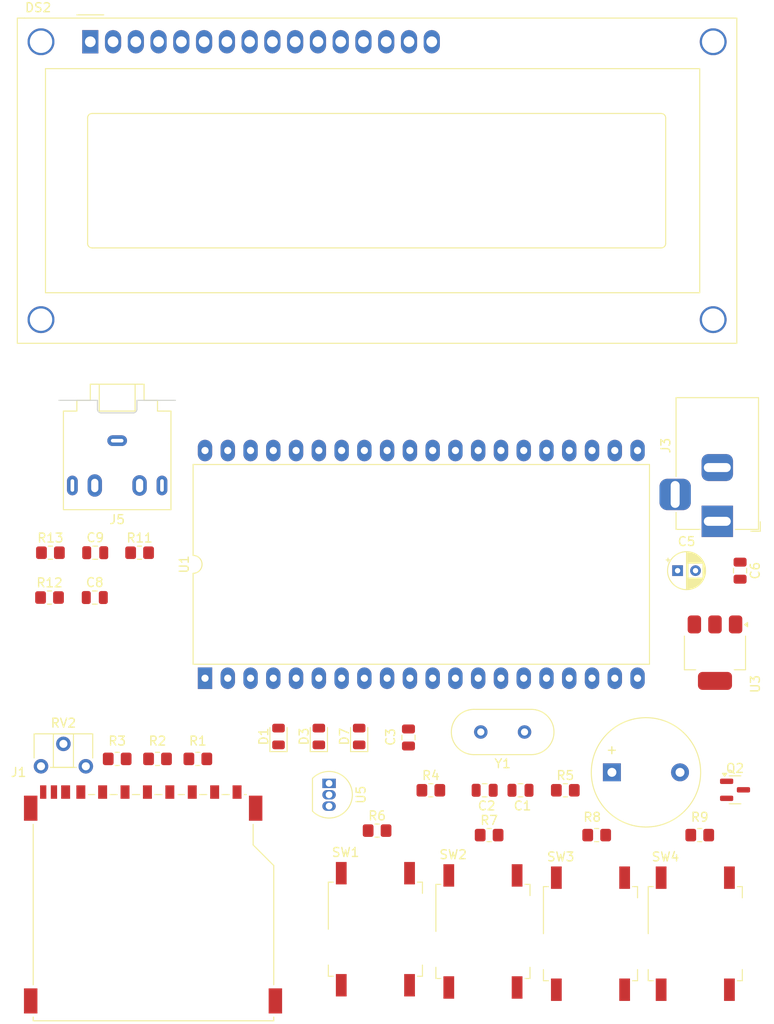
<source format=kicad_pcb>
(kicad_pcb (version 20241229) (generator "pcbnew") (generator_version "9.0")
  (layers (0 "F.Cu" signal) (2 "B.Cu" signal) (13 "F.Paste" user) (15 "B.Paste" user) (5 "F.SilkS" user "F.Silkscreen") (7 "B.SilkS" user "B.Silkscreen") (1 "F.Mask" user) (3 "B.Mask" user) (25 "Edge.Cuts" user))
  (net 0 "")
  (net 1 "S1")
  (net 2 "Net-(U1-XTAL1)")
  (net 3 "Net-(U1-XTAL2)")
  (net 4 "Net-(U1-~{RESET})")
  (net 5 "+5V")
  (net 6 "Net-(U3-VI)")
  (net 7 "Net-(C8-Pad1)")
  (net 8 "Net-(C9-Pad1)")
  (net 9 "Net-(D1-A)")
  (net 10 "Net-(D1-K)")
  (net 11 "Net-(D3-A)")
  (net 12 "Net-(D7-A)")
  (net 13 "Net-(D7-K)")
  (net 14 "DISP_D4")
  (net 15 "DISP_D6")
  (net 17 "DISP_D7")
  (net 18 "DISP_D5")
  (net 20 "Net-(DS2-LED(-))")
  (net 21 "GND")
  (net 22 "DISP_RS")
  (net 25 "DISP_E")
  (net 26 "Net-(DS2-VO)")
  (net 29 "Net-(D3-K)")
  (net 30 "Net-(J1-DAT0)")
  (net 31 "VCC33")
  (net 32 "Net-(J5-PadT)")
  (net 33 "Net-(Q2-E)")
  (net 34 "SND_OUT")
  (net 35 "Net-(J2-Pad1-)")
  (net 36 "S2")
  (net 37 "S3")
  (net 38 "S4")
  (net 39 "OE")
  (net 40 "A8")
  (net 41 "IO3")
  (net 42 "IO4")
  (net 43 "IO2")
  (net 44 "IO1")
  (net 45 "CAS")
  (net 46 "RAS")
  (net 47 "WE")
  (net 48 "A4")
  (net 49 "A1")
  (net 50 "A3")
  (net 52 "A7")
  (net 53 "A6")
  (net 54 "A5")
  (net 55 "A2")
  (net 56 "A0")
  (footprint "Resistor_SMD:R_0805_2012Metric_Pad1.20x1.40mm_HandSolder" (layer "F.Cu") (at 119.5 120.5)
    (property "Reference" "R6" (at 0 -1.65 0) (layer "F.SilkS"))
    (property "Value" "1k")
    (pad "1" smd roundrect (at -1 0) (size 1.2 1.4) (layers "F.Cu" "F.Mask" "F.Paste") (roundrect_rratio 0.208333) (net 1 "S1"))
    (pad "2" smd roundrect (at 1 0) (size 1.2 1.4) (layers "F.Cu" "F.Mask" "F.Paste") (roundrect_rratio 0.208333) (net 21 "GND"))
  )
  (footprint "Diode_SMD:D_0805_2012Metric" (layer "F.Cu") (at 117.5 110 90)
    (property "Reference" "D7" (at 0 -1.65 90) (layer "F.SilkS"))
    (property "Value" "1N4004")
    (pad "1" smd roundrect (at -0.9375 0 90) (size 0.975 1.4) (layers "F.Cu" "F.Mask" "F.Paste") (net 13 "Net-(D7-K)"))
    (pad "2" smd roundrect (at 0.9375 0 90) (size 0.975 1.4) (layers "F.Cu" "F.Mask" "F.Paste") (net 12 "Net-(D7-A)"))
  )
  (footprint "Resistor_SMD:R_0805_2012Metric_Pad1.20x1.40mm_HandSolder" (layer "F.Cu") (at 140.5 116)
    (property "Reference" "R5" (at 0 -1.65 0) (layer "F.SilkS"))
    (property "Value" "300r")
    (pad "1" smd roundrect (at -1 0) (size 1.2 1.4) (layers "F.Cu" "F.Mask" "F.Paste") (roundrect_rratio 0.208333) (net 35 "Net-(J2-Pad1-)"))
    (pad "2" smd roundrect (at 1 0) (size 1.2 1.4) (layers "F.Cu" "F.Mask" "F.Paste") (roundrect_rratio 0.208333) (net 21 "GND"))
  )
  (footprint "Display:WC1602A" (layer "F.Cu") (at 87.4991 32.4993)
    (property "Reference" "DS2" (at -5.82 -3.81 0) (layer "F.SilkS"))
    (property "Value" "WC1602A" (hide yes))
    (pad "" thru_hole circle (at -5.4991 0) (size 3 3) (drill 2.5) (layers "*.Cu" "*.Mask"))
    (pad "" thru_hole circle (at -5.4991 31.0007) (size 3 3) (drill 2.5) (layers "*.Cu" "*.Mask"))
    (pad "" thru_hole circle (at 69.49948 31.0007) (size 3 3) (drill 2.5) (layers "*.Cu" "*.Mask"))
    (pad "" thru_hole circle (at 69.5 0) (size 3 3) (drill 2.5) (layers "*.Cu" "*.Mask"))
    (pad "1" thru_hole rect (at 0 0) (size 1.8 2.6) (drill 1.2) (layers "*.Cu" "*.Mask") (net 21 "GND"))
    (pad "2" thru_hole oval (at 2.54 0) (size 1.8 2.6) (drill 1.2) (layers "*.Cu" "*.Mask") (net 5 "+5V"))
    (pad "3" thru_hole oval (at 5.08 0) (size 1.8 2.6) (drill 1.2) (layers "*.Cu" "*.Mask") (net 26 "Net-(DS2-VO)"))
    (pad "4" thru_hole oval (at 7.62 0) (size 1.8 2.6) (drill 1.2) (layers "*.Cu" "*.Mask") (net 22 "DISP_RS"))
    (pad "5" thru_hole oval (at 10.16 0) (size 1.8 2.6) (drill 1.2) (layers "*.Cu" "*.Mask") (net 21 "GND"))
    (pad "6" thru_hole oval (at 12.7 0) (size 1.8 2.6) (drill 1.2) (layers "*.Cu" "*.Mask") (net 25 "DISP_E"))
    (pad "7" thru_hole oval (at 15.24 0) (size 1.8 2.6) (drill 1.2) (layers "*.Cu" "*.Mask"))
    (pad "8" thru_hole oval (at 17.78 0) (size 1.8 2.6) (drill 1.2) (layers "*.Cu" "*.Mask"))
    (pad "9" thru_hole oval (at 20.32 0) (size 1.8 2.6) (drill 1.2) (layers "*.Cu" "*.Mask"))
    (pad "10" thru_hole oval (at 22.86 0) (size 1.8 2.6) (drill 1.2) (layers "*.Cu" "*.Mask"))
    (pad "11" thru_hole oval (at 25.4 0) (size 1.8 2.6) (drill 1.2) (layers "*.Cu" "*.Mask") (net 14 "DISP_D4"))
    (pad "12" thru_hole oval (at 27.94 0) (size 1.8 2.6) (drill 1.2) (layers "*.Cu" "*.Mask") (net 18 "DISP_D5"))
    (pad "13" thru_hole oval (at 30.48 0) (size 1.8 2.6) (drill 1.2) (layers "*.Cu" "*.Mask") (net 15 "DISP_D6"))
    (pad "14" thru_hole oval (at 33.02 0) (size 1.8 2.6) (drill 1.2) (layers "*.Cu" "*.Mask") (net 17 "DISP_D7"))
    (pad "15" thru_hole oval (at 35.56 0) (size 1.8 2.6) (drill 1.2) (layers "*.Cu" "*.Mask") (net 5 "+5V"))
    (pad "16" thru_hole oval (at 38.1 0) (size 1.8 2.6) (drill 1.2) (layers "*.Cu" "*.Mask") (net 20 "Net-(DS2-LED(-))"))
  )
  (footprint "Capacitor_SMD:C_0805_2012Metric" (layer "F.Cu") (at 160 91.5 -90)
    (property "Reference" "C6" (at 0 -1.68 90) (layer "F.SilkS"))
    (property "Value" "0.1uF")
    (pad "1" smd roundrect (at -0.95 0 270) (size 1 1.45) (layers "F.Cu" "F.Mask" "F.Paste") (net 6 "Net-(U3-VI)"))
    (pad "2" smd roundrect (at 0.95 0 270) (size 1 1.45) (layers "F.Cu" "F.Mask" "F.Paste") (net 21 "GND"))
  )
  (footprint "Connector_Card:SD_TE_2041021" (layer "F.Cu") (at 94.5 128.175)
    (property "Reference" "J1" (at -15 -14.175 0) (layer "F.SilkS"))
    (property "Value" "Micro_SD_Card")
    (pad "" np_thru_hole circle (at -11.5 -9.175) (size 1.1 1.1) (drill 1.1) (layers "*.Cu" "*.Mask"))
    (pad "" np_thru_hole circle (at 9.5 -9.175) (size 1.6 1.6) (drill 1.6) (layers "*.Cu" "*.Mask"))
    (pad "1" smd rect (at 6.875 -11.975) (size 1 1.5) (layers "F.Cu" "F.Mask" "F.Paste"))
    (pad "2" smd rect (at 4.375 -11.975) (size 1 1.5) (layers "F.Cu" "F.Mask" "F.Paste") (net 10 "Net-(D1-K)"))
    (pad "3" smd rect (at 1.875 -11.975) (size 1 1.5) (layers "F.Cu" "F.Mask" "F.Paste") (net 29 "Net-(D3-K)"))
    (pad "4" smd rect (at -0.625 -11.975) (size 1 1.5) (layers "F.Cu" "F.Mask" "F.Paste") (net 31 "VCC33"))
    (pad "5" smd rect (at -3.125 -11.975) (size 1 1.5) (layers "F.Cu" "F.Mask" "F.Paste") (net 13 "Net-(D7-K)"))
    (pad "6" smd rect (at -5.625 -11.975) (size 1 1.5) (layers "F.Cu" "F.Mask" "F.Paste") (net 21 "GND"))
    (pad "7" smd rect (at -8.055 -11.975) (size 1 1.5) (layers "F.Cu" "F.Mask" "F.Paste") (net 30 "Net-(J1-DAT0)"))
    (pad "8" smd rect (at -9.755 -11.975) (size 1 1.5) (layers "F.Cu" "F.Mask" "F.Paste"))
    (pad "9" smd rect (at 9.375 -11.975) (size 1 1.5) (layers "F.Cu" "F.Mask" "F.Paste") (net 21 "GND"))
    (pad "10" smd rect (at -11.055 -11.975) (size 0.7 1.5) (layers "F.Cu" "F.Mask" "F.Paste"))
    (pad "11" smd rect (at -12.255 -11.975) (size 0.7 1.5) (layers "F.Cu" "F.Mask" "F.Paste"))
    (pad "12" smd rect (at -13.65 -10.175) (size 1.5 2.8) (layers "F.Cu" "F.Mask" "F.Paste"))
    (pad "12" smd rect (at -13.65 11.325) (size 1.5 2.8) (layers "F.Cu" "F.Mask" "F.Paste"))
    (pad "12" smd rect (at 11.45 -10.175) (size 1.5 2.8) (layers "F.Cu" "F.Mask" "F.Paste"))
    (pad "12" smd rect (at 13.65 11.325) (size 1.5 2.8) (layers "F.Cu" "F.Mask" "F.Paste"))
  )
  (footprint "Capacitor_SMD:C_0805_2012Metric" (layer "F.Cu") (at 135.5 116 180)
    (property "Reference" "C1" (at -0.225338 -1.736621 0) (layer "F.SilkS"))
    (property "Value" "18pF")
    (pad "1" smd roundrect (at -0.95 0 180) (size 1 1.45) (layers "F.Cu" "F.Mask" "F.Paste") (net 21 "GND"))
    (pad "2" smd roundrect (at 0.95 0 180) (size 1 1.45) (layers "F.Cu" "F.Mask" "F.Paste") (net 2 "Net-(U1-XTAL1)"))
  )
  (footprint "Resistor_SMD:R_0805_2012Metric_Pad1.20x1.40mm_HandSolder" (layer "F.Cu") (at 82.95 94.5)
    (property "Reference" "R12" (at 0 -1.65 0) (layer "F.SilkS"))
    (property "Value" "1k")
    (pad "1" smd roundrect (at -1 0) (size 1.2 1.4) (layers "F.Cu" "F.Mask" "F.Paste") (roundrect_rratio 0.208333) (net 7 "Net-(C8-Pad1)"))
    (pad "2" smd roundrect (at 1 0) (size 1.2 1.4) (layers "F.Cu" "F.Mask" "F.Paste") (roundrect_rratio 0.208333) (net 21 "GND"))
  )
  (footprint "Capacitor_SMD:C_0805_2012Metric" (layer "F.Cu") (at 88.05 89.5)
    (property "Reference" "C9" (at 0 -1.68 0) (layer "F.SilkS"))
    (property "Value" "0.1uF")
    (pad "1" smd roundrect (at -0.95 0) (size 1 1.45) (layers "F.Cu" "F.Mask" "F.Paste") (net 8 "Net-(C9-Pad1)"))
    (pad "2" smd roundrect (at 0.95 0) (size 1 1.45) (layers "F.Cu" "F.Mask" "F.Paste") (net 7 "Net-(C8-Pad1)"))
  )
  (footprint "Crystal:Crystal_HC49-4H_Vertical" (layer "F.Cu") (at 135.95 109.5 180)
    (property "Reference" "Y1" (at 2.44 -3.525 0) (layer "F.SilkS"))
    (property "Value" "16Mhz")
    (pad "1" thru_hole circle (at 0 0 180) (size 1.5 1.5) (drill 0.8) (layers "*.Cu" "*.Mask") (net 2 "Net-(U1-XTAL1)"))
    (pad "2" thru_hole circle (at 4.88 0 180) (size 1.5 1.5) (drill 0.8) (layers "*.Cu" "*.Mask") (net 3 "Net-(U1-XTAL2)"))
  )
  (footprint "Resistor_SMD:R_0805_2012Metric_Pad1.20x1.40mm_HandSolder" (layer "F.Cu") (at 144 121 180)
    (property "Reference" "R8" (at 0.5 2 0) (layer "F.SilkS"))
    (property "Value" "1k")
    (pad "1" smd roundrect (at -1 0 180) (size 1.2 1.4) (layers "F.Cu" "F.Mask" "F.Paste") (roundrect_rratio 0.208333) (net 37 "S3"))
    (pad "2" smd roundrect (at 1 0 180) (size 1.2 1.4) (layers "F.Cu" "F.Mask" "F.Paste") (roundrect_rratio 0.208333) (net 21 "GND"))
  )
  (footprint "Resistor_SMD:R_0805_2012Metric_Pad1.20x1.40mm_HandSolder" (layer "F.Cu") (at 125.5 116)
    (property "Reference" "R4" (at 0 -1.65 0) (layer "F.SilkS"))
    (property "Value" "10k")
    (pad "1" smd roundrect (at -1 0) (size 1.2 1.4) (layers "F.Cu" "F.Mask" "F.Paste") (roundrect_rratio 0.208333) (net 4 "Net-(U1-~{RESET})"))
    (pad "2" smd roundrect (at 1 0) (size 1.2 1.4) (layers "F.Cu" "F.Mask" "F.Paste") (roundrect_rratio 0.208333) (net 5 "+5V"))
  )
  (footprint "Potentiometer_THT:Potentiometer_ACP_CA6-H2,5_Horizontal" (layer "F.Cu") (at 82 113.325 90)
    (property "Reference" "RV2" (at 4.825 2.5 0) (layer "F.SilkS"))
    (property "Value" "5k")
    (pad "1" thru_hole circle (at 0 0 90) (size 1.62 1.62) (drill 0.9) (layers "*.Cu" "*.Mask") (net 20 "Net-(DS2-LED(-))"))
    (pad "2" thru_hole circle (at 2.5 2.5 90) (size 1.62 1.62) (drill 0.9) (layers "*.Cu" "*.Mask") (net 26 "Net-(DS2-VO)"))
    (pad "3" thru_hole circle (at 0 5 90) (size 1.62 1.62) (drill 0.9) (layers "*.Cu" "*.Mask") (net 5 "+5V"))
  )
  (footprint "Package_DIP:DIP-40_W25.4mm_LongPads" (layer "F.Cu") (at 100.3 103.5 90)
    (property "Reference" "U1" (at 12.7 -2.33 90) (layer "F.SilkS"))
    (property "Value" "ATmega16A-P")
    (pad "1" thru_hole rect (at 0 0 90) (size 2.4 1.6) (drill 0.8) (layers "*.Cu" "*.Mask") (net 43 "IO2"))
    (pad "2" thru_hole oval (at 0 2.54 90) (size 2.4 1.6) (drill 0.8) (layers "*.Cu" "*.Mask") (net 44 "IO1"))
    (pad "3" thru_hole oval (at 0 5.08 90) (size 2.4 1.6) (drill 0.8) (layers "*.Cu" "*.Mask") (net 41 "IO3"))
    (pad "4" thru_hole oval (at 0 7.62 90) (size 2.4 1.6) (drill 0.8) (layers "*.Cu" "*.Mask") (net 42 "IO4"))
    (pad "5" thru_hole oval (at 0 10.16 90) (size 2.4 1.6) (drill 0.8) (layers "*.Cu" "*.Mask") (net 9 "Net-(D1-A)"))
    (pad "6" thru_hole oval (at 0 12.7 90) (size 2.4 1.6) (drill 0.8) (layers "*.Cu" "*.Mask") (net 11 "Net-(D3-A)"))
    (pad "7" thru_hole oval (at 0 15.24 90) (size 2.4 1.6) (drill 0.8) (layers "*.Cu" "*.Mask") (net 30 "Net-(J1-DAT0)"))
    (pad "8" thru_hole oval (at 0 17.78 90) (size 2.4 1.6) (drill 0.8) (layers "*.Cu" "*.Mask") (net 12 "Net-(D7-A)"))
    (pad "9" thru_hole oval (at 0 20.32 90) (size 2.4 1.6) (drill 0.8) (layers "*.Cu" "*.Mask") (net 4 "Net-(U1-~{RESET})"))
    (pad "10" thru_hole oval (at 0 22.86 90) (size 2.4 1.6) (drill 0.8) (layers "*.Cu" "*.Mask") (net 5 "+5V"))
    (pad "11" thru_hole oval (at 0 25.4 90) (size 2.4 1.6) (drill 0.8) (layers "*.Cu" "*.Mask") (net 21 "GND"))
    (pad "12" thru_hole oval (at 0 27.94 90) (size 2.4 1.6) (drill 0.8) (layers "*.Cu" "*.Mask") (net 3 "Net-(U1-XTAL2)"))
    (pad "13" thru_hole oval (at 0 30.48 90) (size 2.4 1.6) (drill 0.8) (layers "*.Cu" "*.Mask") (net 2 "Net-(U1-XTAL1)"))
    (pad "14" thru_hole oval (at 0 33.02 90) (size 2.4 1.6) (drill 0.8) (layers "*.Cu" "*.Mask") (net 34 "SND_OUT"))
    (pad "15" thru_hole oval (at 0 35.56 90) (size 2.4 1.6) (drill 0.8) (layers "*.Cu" "*.Mask") (net 1 "S1"))
    (pad "16" thru_hole oval (at 0 38.1 90) (size 2.4 1.6) (drill 0.8) (layers "*.Cu" "*.Mask") (net 36 "S2"))
    (pad "17" thru_hole oval (at 0 40.64 90) (size 2.4 1.6) (drill 0.8) (layers "*.Cu" "*.Mask") (net 37 "S3"))
    (pad "18" thru_hole oval (at 0 43.18 90) (size 2.4 1.6) (drill 0.8) (layers "*.Cu" "*.Mask") (net 38 "S4"))
    (pad "19" thru_hole oval (at 0 45.72 90) (size 2.4 1.6) (drill 0.8) (layers "*.Cu" "*.Mask") (net 46 "RAS"))
    (pad "20" thru_hole oval (at 0 48.26 90) (size 2.4 1.6) (drill 0.8) (layers "*.Cu" "*.Mask") (net 47 "WE"))
    (pad "21" thru_hole oval (at 25.4 48.26 90) (size 2.4 1.6) (drill 0.8) (layers "*.Cu" "*.Mask") (net 45 "CAS"))
    (pad "22" thru_hole oval (at 25.4 45.72 90) (size 2.4 1.6) (drill 0.8) (layers "*.Cu" "*.Mask") (net 39 "OE"))
    (pad "23" thru_hole oval (at 25.4 43.18 90) (size 2.4 1.6) (drill 0.8) (layers "*.Cu" "*.Mask") (net 40 "A8"))
    (pad "24" thru_hole oval (at 25.4 40.64 90) (size 2.4 1.6) (drill 0.8) (layers "*.Cu" "*.Mask") (net 14 "DISP_D4"))
    (pad "25" thru_hole oval (at 25.4 38.1 90) (size 2.4 1.6) (drill 0.8) (layers "*.Cu" "*.Mask") (net 18 "DISP_D5"))
    (pad "26" thru_hole oval (at 25.4 35.56 90) (size 2.4 1.6) (drill 0.8) (layers "*.Cu" "*.Mask") (net 15 "DISP_D6"))
    (pad "27" thru_hole oval (at 25.4 33.02 90) (size 2.4 1.6) (drill 0.8) (layers "*.Cu" "*.Mask") (net 17 "DISP_D7"))
    (pad "28" thru_hole oval (at 25.4 30.48 90) (size 2.4 1.6) (drill 0.8) (layers "*.Cu" "*.Mask") (net 25 "DISP_E"))
    (pad "29" thru_hole oval (at 25.4 27.94 90) (size 2.4 1.6) (drill 0.8) (layers "*.Cu" "*.Mask") (net 22 "DISP_RS"))
    (pad "30" thru_hole oval (at 25.4 25.4 90) (size 2.4 1.6) (drill 0.8) (layers "*.Cu" "*.Mask") (net 5 "+5V"))
    (pad "31" thru_hole oval (at 25.4 22.86 90) (size 2.4 1.6) (drill 0.8) (layers "*.Cu" "*.Mask") (net 21 "GND"))
    (pad "32" thru_hole oval (at 25.4 20.32 90) (size 2.4 1.6) (drill 0.8) (layers "*.Cu" "*.Mask"))
    (pad "33" thru_hole oval (at 25.4 17.78 90) (size 2.4 1.6) (drill 0.8) (layers "*.Cu" "*.Mask") (net 56 "A0"))
    (pad "34" thru_hole oval (at 25.4 15.24 90) (size 2.4 1.6) (drill 0.8) (layers "*.Cu" "*.Mask") (net 49 "A1"))
    (pad "35" thru_hole oval (at 25.4 12.7 90) (size 2.4 1.6) (drill 0.8) (layers "*.Cu" "*.Mask") (net 55 "A2"))
    (pad "36" thru_hole oval (at 25.4 10.16 90) (size 2.4 1.6) (drill 0.8) (layers "*.Cu" "*.Mask") (net 50 "A3"))
    (pad "37" thru_hole oval (at 25.4 7.62 90) (size 2.4 1.6) (drill 0.8) (layers "*.Cu" "*.Mask") (net 54 "A5"))
    (pad "38" thru_hole oval (at 25.4 5.08 90) (size 2.4 1.6) (drill 0.8) (layers "*.Cu" "*.Mask") (net 48 "A4"))
    (pad "39" thru_hole oval (at 25.4 2.54 90) (size 2.4 1.6) (drill 0.8) (layers "*.Cu" "*.Mask") (net 53 "A6"))
    (pad "40" thru_hole oval (at 25.4 0 90) (size 2.4 1.6) (drill 0.8) (layers "*.Cu" "*.Mask") (net 52 "A7"))
  )
  (footprint "Resistor_SMD:R_0805_2012Metric_Pad1.20x1.40mm_HandSolder" (layer "F.Cu") (at 93 89.5)
    (property "Reference" "R11" (at 0 -1.65 0) (layer "F.SilkS"))
    (property "Value" "1k")
    (pad "1" smd roundrect (at -1 0) (size 1.2 1.4) (layers "F.Cu" "F.Mask" "F.Paste") (roundrect_rratio 0.208333) (net 34 "SND_OUT"))
    (pad "2" smd roundrect (at 1 0) (size 1.2 1.4) (layers "F.Cu" "F.Mask" "F.Paste") (roundrect_rratio 0.208333) (net 7 "Net-(C8-Pad1)"))
  )
  (footprint "Button_Switch_SMD:SW_MEC_5GSH9" (layer "F.Cu") (at 155 132)
    (property "Reference" "SW4" (at -3.325 -8.575 180) (layer "F.SilkS"))
    (property "Value" "SW_MEC_5E")
    (pad "1" smd rect (at -3.81 -6.25 90) (size 2.5 1.2) (layers "F.Cu" "F.Mask" "F.Paste") (net 5 "+5V"))
    (pad "2" smd rect (at -3.81 6.25 90) (size 2.5 1.2) (layers "F.Cu" "F.Mask" "F.Paste") (net 5 "+5V"))
    (pad "3" smd rect (at 3.81 -6.25 90) (size 2.5 1.2) (layers "F.Cu" "F.Mask" "F.Paste") (net 38 "S4"))
    (pad "4" smd rect (at 3.81 6.25 90) (size 2.5 1.2) (layers "F.Cu" "F.Mask" "F.Paste") (net 38 "S4"))
  )
  (footprint "Resistor_SMD:R_0805_2012Metric_Pad1.20x1.40mm_HandSolder" (layer "F.Cu") (at 90.5 112.5 180)
    (property "Reference" "R3" (at 0 2 0) (layer "F.SilkS"))
    (property "Value" "1k")
    (pad "1" smd roundrect (at -1 0 180) (size 1.2 1.4) (layers "F.Cu" "F.Mask" "F.Paste") (roundrect_rratio 0.208333) (net 13 "Net-(D7-K)"))
    (pad "2" smd roundrect (at 1 0 180) (size 1.2 1.4) (layers "F.Cu" "F.Mask" "F.Paste") (roundrect_rratio 0.208333) (net 21 "GND"))
  )
  (footprint "Package_TO_SOT_SMD:SOT-23" (layer "F.Cu") (at 159.4375 115.95)
    (property "Reference" "Q2" (at 0 -2.4 0) (layer "F.SilkS"))
    (property "Value" "BC847")
    (pad "1" smd roundrect (at -0.9375 -0.95) (size 1.475 0.6) (layers "F.Cu" "F.Mask" "F.Paste") (net 34 "SND_OUT"))
    (pad "2" smd roundrect (at -0.9375 0.95) (size 1.475 0.6) (layers "F.Cu" "F.Mask" "F.Paste") (net 33 "Net-(Q2-E)"))
    (pad "3" smd roundrect (at 0.9375 0) (size 1.475 0.6) (layers "F.Cu" "F.Mask" "F.Paste") (net 5 "+5V"))
  )
  (footprint "Button_Switch_SMD:SW_MEC_5GSH9" (layer "F.Cu") (at 131.31 131.75)
    (property "Reference" "SW2" (at -3.325 -8.575 180) (layer "F.SilkS"))
    (property "Value" "SW_MEC_5E")
    (pad "1" smd rect (at -3.81 -6.25 90) (size 2.5 1.2) (layers "F.Cu" "F.Mask" "F.Paste") (net 5 "+5V"))
    (pad "2" smd rect (at -3.81 6.25 90) (size 2.5 1.2) (layers "F.Cu" "F.Mask" "F.Paste") (net 5 "+5V"))
    (pad "3" smd rect (at 3.81 -6.25 90) (size 2.5 1.2) (layers "F.Cu" "F.Mask" "F.Paste") (net 36 "S2"))
    (pad "4" smd rect (at 3.81 6.25 90) (size 2.5 1.2) (layers "F.Cu" "F.Mask" "F.Paste") (net 36 "S2"))
  )
  (footprint "Connector_Audio:Jack_3.5mm_CUI_SJ1-3525N_Horizontal" (layer "F.Cu") (at 90.5 77 180)
    (property "Reference" "J5" (at 0 -8.8 0) (layer "F.SilkS"))
    (property "Value" "AudioJack" (hide yes))
    (fp_line (start 2.2 4.5) (end 6.5 4.5) (stroke (width 0.12)) (layer "Edge.Cuts"))
    (fp_line (start 2.2 3.5) (end 2.2 4.5) (stroke (width 0.12)) (layer "Edge.Cuts"))
    (fp_line (start 1.8 3.1) (end -1.8 3.1) (stroke (width 0.12)) (layer "Edge.Cuts"))
    (fp_line (start -2.2 4.5) (end -6.5 4.5) (stroke (width 0.12)) (layer "Edge.Cuts"))
    (fp_line (start -2.2 3.5) (end -2.2 4.5) (stroke (width 0.12)) (layer "Edge.Cuts"))
    (fp_arc (start 1.8 3.1) (mid 2.082843 3.217157) (end 2.2 3.5) (stroke (width 0.12)) (layer "Edge.Cuts"))
    (fp_arc (start -2.2 3.5) (mid -2.082842 3.217158) (end -1.8 3.1) (stroke (width 0.12)) (layer "Edge.Cuts"))
    (pad "" np_thru_hole circle (at -5 0 180) (size 1.2 1.2) (drill 1.2) (layers "*.Cu" "*.Mask"))
    (pad "" np_thru_hole circle (at -5 2.5 180) (size 1.2 1.2) (drill 1.2) (layers "*.Cu" "*.Mask"))
    (pad "" np_thru_hole circle (at 0 -5 180) (size 1.2 1.2) (drill 1.2) (layers "*.Cu" "*.Mask"))
    (pad "" np_thru_hole circle (at 5 0 180) (size 1.2 1.2) (drill 1.2) (layers "*.Cu" "*.Mask"))
    (pad "" np_thru_hole circle (at 5 2.5 180) (size 1.2 1.2) (drill 1.2) (layers "*.Cu" "*.Mask"))
    (pad "R" thru_hole oval (at -5 -5 180) (size 1.2 2.2) (drill oval 0.4 1.4) (layers "*.Cu" "*.Mask"))
    (pad "RN" thru_hole oval (at -2.5 -5 180) (size 1.6 2.3) (drill oval 0.8 1.5) (layers "*.Cu" "*.Mask"))
    (pad "S" thru_hole oval (at 0 0 180) (size 2.2 1.2) (drill oval 1.4 0.4) (layers "*.Cu" "*.Mask") (net 8 "Net-(C9-Pad1)"))
    (pad "T" thru_hole oval (at 5 -5) (size 1.2 2.2) (drill oval 0.4 1.4) (layers "*.Cu" "*.Mask") (net 32 "Net-(J5-PadT)"))
    (pad "TN" thru_hole oval (at 2.5 -5) (size 1.6 2.5) (drill oval 0.8 1.5) (layers "*.Cu" "*.Mask") (net 32 "Net-(J5-PadT)"))
  )
  (footprint "Button_Switch_SMD:SW_MEC_5GSH9" (layer "F.Cu") (at 119.31 131.5)
    (property "Reference" "SW1" (at -3.325 -8.575 180) (layer "F.SilkS"))
    (property "Value" "SW_MEC_5E")
    (pad "1" smd rect (at -3.81 -6.25 90) (size 2.5 1.2) (layers "F.Cu" "F.Mask" "F.Paste") (net 5 "+5V"))
    (pad "2" smd rect (at -3.81 6.25 90) (size 2.5 1.2) (layers "F.Cu" "F.Mask" "F.Paste") (net 5 "+5V"))
    (pad "3" smd rect (at 3.81 -6.25 90) (size 2.5 1.2) (layers "F.Cu" "F.Mask" "F.Paste") (net 1 "S1"))
    (pad "4" smd rect (at 3.81 6.25 90) (size 2.5 1.2) (layers "F.Cu" "F.Mask" "F.Paste") (net 1 "S1"))
  )
  (footprint "Capacitor_SMD:C_0805_2012Metric" (layer "F.Cu") (at 131.5 116)
    (property "Reference" "C2" (at 0.225338 1.736621 0) (layer "F.SilkS"))
    (property "Value" "18pF")
    (pad "1" smd roundrect (at -0.95 0) (size 1 1.45) (layers "F.Cu" "F.Mask" "F.Paste") (net 21 "GND"))
    (pad "2" smd roundrect (at 0.95 0) (size 1 1.45) (layers "F.Cu" "F.Mask" "F.Paste") (net 3 "Net-(U1-XTAL2)"))
  )
  (footprint "Resistor_SMD:R_0805_2012Metric_Pad1.20x1.40mm_HandSolder" (layer "F.Cu") (at 95 112.5)
    (property "Reference" "R2" (at 0 -2 0) (layer "F.SilkS"))
    (property "Value" "1k")
    (pad "1" smd roundrect (at -1 0) (size 1.2 1.4) (layers "F.Cu" "F.Mask" "F.Paste") (roundrect_rratio 0.208333) (net 29 "Net-(D3-K)"))
    (pad "2" smd roundrect (at 1 0) (size 1.2 1.4) (layers "F.Cu" "F.Mask" "F.Paste") (roundrect_rratio 0.208333) (net 21 "GND"))
  )
  (footprint "Capacitor_SMD:C_0805_2012Metric" (layer "F.Cu") (at 123 110.1125 90)
    (property "Reference" "C3" (at 0.05 -2 90) (layer "F.SilkS"))
    (property "Value" "10nF")
    (pad "1" smd roundrect (at -0.95 0 90) (size 1 1.45) (layers "F.Cu" "F.Mask" "F.Paste") (net 21 "GND"))
    (pad "2" smd roundrect (at 0.95 0 90) (size 1 1.45) (layers "F.Cu" "F.Mask" "F.Paste") (net 4 "Net-(U1-~{RESET})"))
  )
  (footprint "Diode_SMD:D_0805_2012Metric" (layer "F.Cu") (at 108.5 110 90)
    (property "Reference" "D1" (at 0 -1.65 90) (layer "F.SilkS"))
    (property "Value" "1N4004")
    (pad "1" smd roundrect (at -0.9375 0 90) (size 0.975 1.4) (layers "F.Cu" "F.Mask" "F.Paste") (net 10 "Net-(D1-K)"))
    (pad "2" smd roundrect (at 0.9375 0 90) (size 0.975 1.4) (layers "F.Cu" "F.Mask" "F.Paste") (net 9 "Net-(D1-A)"))
  )
  (footprint "Package_TO_SOT_THT:TO-92_Inline" (layer "F.Cu") (at 114.14 115.23 -90)
    (property "Reference" "U5" (at 1.27 -3.56 90) (layer "F.SilkS"))
    (property "Value" "LP2950")
    (pad "1" thru_hole rect (at 0 0 270) (size 1.05 1.5) (drill 0.75) (layers "*.Cu" "*.Mask") (net 31 "VCC33"))
    (pad "2" thru_hole oval (at 1.27 0 270) (size 1.05 1.5) (drill 0.75) (layers "*.Cu" "*.Mask") (net 21 "GND"))
    (pad "3" thru_hole oval (at 2.54 0 270) (size 1.05 1.5) (drill 0.75) (layers "*.Cu" "*.Mask") (net 5 "+5V"))
  )
  (footprint "Resistor_SMD:R_0805_2012Metric_Pad1.20x1.40mm_HandSolder" (layer "F.Cu") (at 132 121)
    (property "Reference" "R7" (at 0 -1.65 0) (layer "F.SilkS"))
    (property "Value" "1k")
    (pad "1" smd roundrect (at -1 0) (size 1.2 1.4) (layers "F.Cu" "F.Mask" "F.Paste") (roundrect_rratio 0.208333) (net 36 "S2"))
    (pad "2" smd roundrect (at 1 0) (size 1.2 1.4) (layers "F.Cu" "F.Mask" "F.Paste") (roundrect_rratio 0.208333) (net 21 "GND"))
  )
  (footprint "Resistor_SMD:R_0805_2012Metric_Pad1.20x1.40mm_HandSolder" (layer "F.Cu") (at 83.05 89.5)
    (property "Reference" "R13" (at 0 -1.65 0) (layer "F.SilkS"))
    (property "Value" "1k")
    (pad "1" smd roundrect (at -1 0) (size 1.2 1.4) (layers "F.Cu" "F.Mask" "F.Paste") (roundrect_rratio 0.208333) (net 8 "Net-(C9-Pad1)"))
    (pad "2" smd roundrect (at 1 0) (size 1.2 1.4) (layers "F.Cu" "F.Mask" "F.Paste") (roundrect_rratio 0.208333) (net 32 "Net-(J5-PadT)"))
  )
  (footprint "Resistor_SMD:R_0805_2012Metric_Pad1.20x1.40mm_HandSolder" (layer "F.Cu") (at 99.5 112.5)
    (property "Reference" "R1" (at 0 -2 0) (layer "F.SilkS"))
    (property "Value" "1k")
    (pad "1" smd roundrect (at -1 0) (size 1.2 1.4) (layers "F.Cu" "F.Mask" "F.Paste") (roundrect_rratio 0.208333) (net 10 "Net-(D1-K)"))
    (pad "2" smd roundrect (at 1 0) (size 1.2 1.4) (layers "F.Cu" "F.Mask" "F.Paste") (roundrect_rratio 0.208333) (net 21 "GND"))
  )
  (footprint "Capacitor_THT:CP_Radial_D4.0mm_P2.00mm" (layer "F.Cu") (at 153.027401 91.5)
    (property "Reference" "C5" (at 1 -3.25 0) (layer "F.SilkS"))
    (property "Value" "10uF")
    (pad "1" thru_hole rect (at 0 0) (size 1.2 1.2) (drill 0.6) (layers "*.Cu" "*.Mask") (net 6 "Net-(U3-VI)"))
    (pad "2" thru_hole circle (at 2 0) (size 1.2 1.2) (drill 0.6) (layers "*.Cu" "*.Mask") (net 21 "GND"))
  )
  (footprint "Connector_BarrelJack:BarrelJack_Horizontal" (layer "F.Cu") (at 157.4575 86 -90)
    (property "Reference" "J3" (at -8.45 5.75 90) (layer "F.SilkS"))
    (property "Value" "~")
    (pad "1" thru_hole rect (at 0 0 270) (size 3.5 3.5) (drill oval 1 3) (layers "*.Cu" "*.Mask") (net 6 "Net-(U3-VI)"))
    (pad "2" thru_hole roundrect (at -6 0 270) (size 3 3.5) (drill oval 1 3) (layers "*.Cu" "*.Mask") (net 21 "GND"))
    (pad "3" thru_hole roundrect (at -3 4.7 270) (size 3.5 3.5) (drill oval 3 1) (layers "*.Cu" "*.Mask"))
  )
  (footprint "Package_TO_SOT_SMD:SOT-223-3_TabPin2" (layer "F.Cu") (at 157.2 100.65 -90)
    (property "Reference" "U3" (at 3.5 -4.5 90) (layer "F.SilkS"))
    (property "Value" "AMS1117")
    (pad "1" smd roundrect (at -3.15 -2.3 270) (size 2 1.5) (layers "F.Cu" "F.Mask" "F.Paste") (net 21 "GND"))
    (pad "2" smd roundrect (at -3.15 0 270) (size 2 1.5) (layers "F.Cu" "F.Mask" "F.Paste") (net 5 "+5V"))
    (pad "2" smd roundrect (at 3.15 0 270) (size 2 3.8) (layers "F.Cu" "F.Mask" "F.Paste") (net 5 "+5V"))
    (pad "3" smd roundrect (at -3.15 2.3 270) (size 2 1.5) (layers "F.Cu" "F.Mask" "F.Paste") (net 6 "Net-(U3-VI)"))
  )
  (footprint "Resistor_SMD:R_0805_2012Metric_Pad1.20x1.40mm_HandSolder" (layer "F.Cu") (at 155.5 121 180)
    (property "Reference" "R9" (at 0 2 0) (layer "F.SilkS"))
    (property "Value" "1k")
    (pad "1" smd roundrect (at -1 0 180) (size 1.2 1.4) (layers "F.Cu" "F.Mask" "F.Paste") (roundrect_rratio 0.208333) (net 38 "S4"))
    (pad "2" smd roundrect (at 1 0 180) (size 1.2 1.4) (layers "F.Cu" "F.Mask" "F.Paste") (roundrect_rratio 0.208333) (net 21 "GND"))
  )
  (footprint "Buzzer_Beeper:Buzzer_12x9.5RM7.6" (layer "F.Cu") (at 145.7 114)
    (property "Reference" "J2" (hide yes))
    (property "Value" "Speaker" (hide yes))
    (fp_text user "+" (at -0.01 -2.54 0) (layer "F.SilkS"))
    (pad "1" thru_hole rect (at 0 0) (size 2 2) (drill 1) (layers "*.Cu" "*.Mask"))
    (pad "2" thru_hole circle (at 7.6 0) (size 2 2) (drill 1) (layers "*.Cu" "*.Mask"))
  )
  (footprint "Button_Switch_SMD:SW_MEC_5GSH9" (layer "F.Cu") (at 143.31 132)
    (property "Reference" "SW3" (at -3.325 -8.575 180) (layer "F.SilkS"))
    (property "Value" "SW_MEC_5E")
    (pad "1" smd rect (at -3.81 -6.25 90) (size 2.5 1.2) (layers "F.Cu" "F.Mask" "F.Paste") (net 5 "+5V"))
    (pad "2" smd rect (at -3.81 6.25 90) (size 2.5 1.2) (layers "F.Cu" "F.Mask" "F.Paste") (net 5 "+5V"))
    (pad "3" smd rect (at 3.81 -6.25 90) (size 2.5 1.2) (layers "F.Cu" "F.Mask" "F.Paste") (net 37 "S3"))
    (pad "4" smd rect (at 3.81 6.25 90) (size 2.5 1.2) (layers "F.Cu" "F.Mask" "F.Paste") (net 37 "S3"))
  )
  (footprint "Diode_SMD:D_0805_2012Metric" (layer "F.Cu") (at 113 110 90)
    (property "Reference" "D3" (at 0 -1.65 90) (layer "F.SilkS"))
    (property "Value" "1N4004")
    (pad "1" smd roundrect (at -0.9375 0 90) (size 0.975 1.4) (layers "F.Cu" "F.Mask" "F.Paste") (net 29 "Net-(D3-K)"))
    (pad "2" smd roundrect (at 0.9375 0 90) (size 0.975 1.4) (layers "F.Cu" "F.Mask" "F.Paste") (net 11 "Net-(D3-A)"))
  )
  (footprint "Capacitor_SMD:C_0805_2012Metric" (layer "F.Cu") (at 88 94.5)
    (property "Reference" "C8" (at 0 -1.68 0) (layer "F.SilkS"))
    (property "Value" "0.1uF")
    (pad "1" smd roundrect (at -0.95 0) (size 1 1.45) (layers "F.Cu" "F.Mask" "F.Paste") (net 7 "Net-(C8-Pad1)"))
    (pad "2" smd roundrect (at 0.95 0) (size 1 1.45) (layers "F.Cu" "F.Mask" "F.Paste") (net 21 "GND"))
  )
)
</source>
